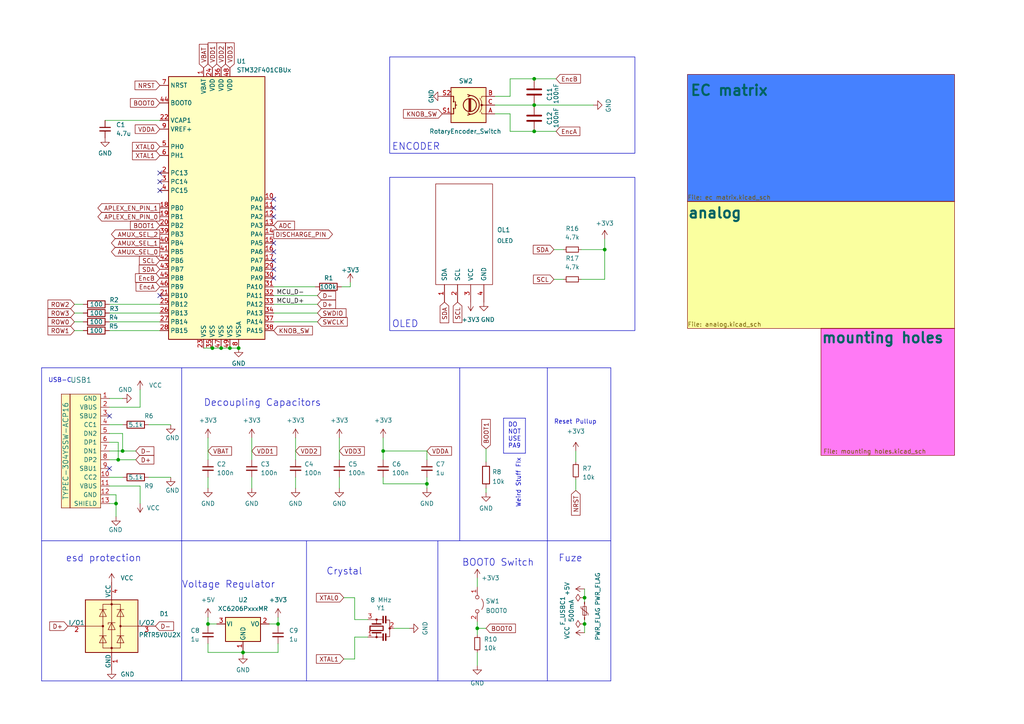
<source format=kicad_sch>
(kicad_sch (version 20230121) (generator eeschema)
  (paper "A4")
  (lib_symbols
    (symbol "Device:C" (pin_numbers hide) (pin_names (offset 0.254))
      (property "Reference" "C" (at 0.635 2.54 0))
      (property "Value" "C" (at 0.635 -2.54 0))
      (symbol "C_0_1"
        (polyline (pts (xy -2.032 -0.762) (xy 2.032 -0.762)) (stroke (width 0.508)))
        (polyline (pts (xy -2.032 0.762) (xy 2.032 0.762)) (stroke (width 0.508)))
      )
      (symbol "C_1_1"
        (pin passive line (at 0 3.81 270) (length 2.794) (name "~") (number "1"))
        (pin passive line (at 0 -3.81 90) (length 2.794) (name "~") (number "2"))
      )
    )
    (symbol "Device:C_Small" (pin_numbers hide) (pin_names (offset 0.254) hide)
      (property "Reference" "C" (at 0.254 1.778 0))
      (property "Value" "C_Small" (at 0.254 -2.032 0))
      (symbol "C_Small_0_1"
        (polyline (pts (xy -1.524 -0.508) (xy 1.524 -0.508)) (stroke (width 0.3302)))
        (polyline (pts (xy -1.524 0.508) (xy 1.524 0.508)) (stroke (width 0.3048)))
      )
      (symbol "C_Small_1_1"
        (pin passive line (at 0 2.54 270) (length 2.032) (name "~") (number "1"))
        (pin passive line (at 0 -2.54 90) (length 2.032) (name "~") (number "2"))
      )
    )
    (symbol "Device:Polyfuse_Small" (pin_numbers hide) (pin_names (offset 0))
      (property "Reference" "F" (at -1.905 0 90))
      (property "Value" "Polyfuse_Small" (at 1.905 0 90))
      (symbol "Polyfuse_Small_0_1"
        (rectangle (start -0.508 1.27) (end 0.508 -1.27))
        (polyline (pts (xy 0 2.54) (xy 0 -2.54)))
        (polyline (pts (xy -1.016 1.27) (xy -1.016 0.762) (xy 1.016 -0.762) (xy 1.016 -1.27)))
      )
      (symbol "Polyfuse_Small_1_1"
        (pin passive line (at 0 2.54 270) (length 0.635) (name "~") (number "1"))
        (pin passive line (at 0 -2.54 90) (length 0.635) (name "~") (number "2"))
      )
    )
    (symbol "Device:R" (pin_numbers hide) (pin_names (offset 0))
      (property "Reference" "R" (at 2.032 0 90))
      (property "Value" "R" (at 0 0 90))
      (symbol "R_0_1"
        (rectangle (start -1.016 -2.54) (end 1.016 2.54) (stroke (width 0.254)))
      )
      (symbol "R_1_1"
        (pin passive line (at 0 3.81 270) (length 1.27) (name "~") (number "1"))
        (pin passive line (at 0 -3.81 90) (length 1.27) (name "~") (number "2"))
      )
    )
    (symbol "Device:R_Small" (pin_numbers hide) (pin_names (offset 0.254) hide)
      (property "Reference" "R" (at 0.762 0.508 0))
      (property "Value" "R_Small" (at 0.762 -1.016 0))
      (symbol "R_Small_0_1"
        (rectangle (start -0.762 1.778) (end 0.762 -1.778) (stroke (width 0.2032)))
      )
      (symbol "R_Small_1_1"
        (pin passive line (at 0 2.54 270) (length 0.762) (name "~") (number "1"))
        (pin passive line (at 0 -2.54 90) (length 0.762) (name "~") (number "2"))
      )
    )
    (symbol "Device:Resonator_Small" (pin_names (offset 1.016) hide)
      (property "Reference" "Y" (at 3.175 1.905 0))
      (property "Value" "Resonator_Small" (at 3.175 0 0))
      (symbol "Resonator_Small_0_1"
        (rectangle (start -3.556 -2.54) (end -1.524 -2.794) (fill (type outline)))
        (rectangle (start -3.556 -1.778) (end -1.524 -2.032) (fill (type outline)))
        (circle (center -2.54 0) (radius 0.254) (fill (type outline)))
        (rectangle (start -0.635 1.905) (end 0.635 -1.905) (stroke (width 0.3048)))
        (circle (center 0 -3.81) (radius 0.254) (fill (type outline)))
        (polyline (pts (xy -2.54 -1.778) (xy -2.54 0)))
        (polyline (pts (xy -2.54 0) (xy -1.397 0)))
        (polyline (pts (xy -2.54 1.27) (xy -2.54 0)))
        (polyline (pts (xy -1.27 -1.27) (xy -1.27 1.27)) (stroke (width 0.381)))
        (polyline (pts (xy 1.27 -1.27) (xy 1.27 1.27)) (stroke (width 0.381)))
        (polyline (pts (xy 1.27 0) (xy 2.54 0)))
        (polyline (pts (xy 2.54 0) (xy 2.54 -1.778)))
        (polyline (pts (xy 2.54 1.27) (xy 2.54 0)))
        (polyline (pts (xy 2.413 -2.794) (xy 2.413 -3.81) (xy -2.413 -3.81) (xy -2.413 -2.667)))
        (rectangle (start 1.524 -2.54) (end 3.556 -2.794) (fill (type outline)))
        (rectangle (start 1.524 -1.778) (end 3.556 -2.032) (fill (type outline)))
        (circle (center 2.54 0) (radius 0.254) (fill (type outline)))
      )
      (symbol "Resonator_Small_1_1"
        (pin passive line (at -2.54 2.54 270) (length 1.27) (name "1") (number "1"))
        (pin passive line (at 0 -5.08 90) (length 1.27) (name "2") (number "2"))
        (pin passive line (at 2.54 2.54 270) (length 1.27) (name "3") (number "3"))
      )
    )
    (symbol "Device:RotaryEncoder_Switch" (pin_names (offset 0.254) hide)
      (property "Reference" "SW" (at 0 6.604 0))
      (property "Value" "RotaryEncoder_Switch" (at 0 -6.604 0))
      (symbol "RotaryEncoder_Switch_0_1"
        (rectangle (start -5.08 5.08) (end 5.08 -5.08) (stroke (width 0.254)) (fill (type background)))
        (circle (center -3.81 0) (radius 0.254) (fill (type outline)))
        (circle (center -0.381 0) (radius 1.905) (stroke (width 0.254)))
        (arc (start -0.381 2.667) (mid -3.0988 -0.0635) (end -0.381 -2.794) (stroke (width 0.254)))
        (polyline (pts (xy -0.635 -1.778) (xy -0.635 1.778)) (stroke (width 0.254)))
        (polyline (pts (xy -0.381 -1.778) (xy -0.381 1.778)) (stroke (width 0.254)))
        (polyline (pts (xy -0.127 1.778) (xy -0.127 -1.778)) (stroke (width 0.254)))
        (polyline (pts (xy 3.81 0) (xy 3.429 0)) (stroke (width 0.254)))
        (polyline (pts (xy 3.81 1.016) (xy 3.81 -1.016)) (stroke (width 0.254)))
        (polyline (pts (xy -5.08 -2.54) (xy -3.81 -2.54) (xy -3.81 -2.032)))
        (polyline (pts (xy -5.08 2.54) (xy -3.81 2.54) (xy -3.81 2.032)))
        (polyline (pts (xy 0.254 -3.048) (xy -0.508 -2.794) (xy 0.127 -2.413)) (stroke (width 0.254)))
        (polyline (pts (xy 0.254 2.921) (xy -0.508 2.667) (xy 0.127 2.286)) (stroke (width 0.254)))
        (polyline (pts (xy 5.08 -2.54) (xy 4.318 -2.54) (xy 4.318 -1.016)) (stroke (width 0.254)))
        (polyline (pts (xy 5.08 2.54) (xy 4.318 2.54) (xy 4.318 1.016)) (stroke (width 0.254)))
        (polyline (pts (xy -5.08 0) (xy -3.81 0) (xy -3.81 -1.016) (xy -3.302 -2.032)))
        (polyline (pts (xy -4.318 0) (xy -3.81 0) (xy -3.81 1.016) (xy -3.302 2.032)))
        (circle (center 4.318 -1.016) (radius 0.127) (stroke (width 0.254)))
        (circle (center 4.318 1.016) (radius 0.127) (stroke (width 0.254)))
      )
      (symbol "RotaryEncoder_Switch_1_1"
        (pin passive line (at -7.62 2.54 0) (length 2.54) (name "A") (number "A"))
        (pin passive line (at -7.62 -2.54 0) (length 2.54) (name "B") (number "B"))
        (pin passive line (at -7.62 0 0) (length 2.54) (name "C") (number "C"))
        (pin passive line (at 7.62 2.54 180) (length 2.54) (name "S1") (number "S1"))
        (pin passive line (at 7.62 -2.54 180) (length 2.54) (name "S2") (number "S2"))
      )
    )
    (symbol "Jumper:Jumper_2_Open" (pin_names (offset 0) hide)
      (property "Reference" "JP" (at 0 2.794 0))
      (property "Value" "Jumper_2_Open" (at 0 -2.286 0))
      (symbol "Jumper_2_Open_0_0"
        (circle (center -2.032 0) (radius 0.508))
        (circle (center 2.032 0) (radius 0.508))
      )
      (symbol "Jumper_2_Open_0_1"
        (arc (start 1.524 1.27) (mid 0 1.778) (end -1.524 1.27))
      )
      (symbol "Jumper_2_Open_1_1"
        (pin passive line (at -5.08 0 0) (length 2.54) (name "A") (number "1"))
        (pin passive line (at 5.08 0 180) (length 2.54) (name "B") (number "2"))
      )
    )
    (symbol "MCU_ST_STM32F4:STM32F401CBUx"
      (property "Reference" "U" (at -15.24 39.37 0))
      (property "Value" "STM32F401CBUx" (at 5.08 39.37 0))
      (symbol "STM32F401CBUx_0_1"
        (rectangle (start -15.24 -38.1) (end 12.7 38.1) (stroke (width 0.254)) (fill (type background)))
      )
      (symbol "STM32F401CBUx_1_1"
        (pin power_in line (at -5.08 40.64 270) (length 2.54) (name "VBAT") (number "1"))
        (pin bidirectional line (at 15.24 2.54 180) (length 2.54) (name "PA0") (number "10"))
        (pin bidirectional line (at 15.24 0 180) (length 2.54) (name "PA1") (number "11"))
        (pin bidirectional line (at 15.24 -2.54 180) (length 2.54) (name "PA2") (number "12"))
        (pin bidirectional line (at 15.24 -5.08 180) (length 2.54) (name "PA3") (number "13"))
        (pin bidirectional line (at 15.24 -7.62 180) (length 2.54) (name "PA4") (number "14"))
        (pin bidirectional line (at 15.24 -10.16 180) (length 2.54) (name "PA5") (number "15"))
        (pin bidirectional line (at 15.24 -12.7 180) (length 2.54) (name "PA6") (number "16"))
        (pin bidirectional line (at 15.24 -15.24 180) (length 2.54) (name "PA7") (number "17"))
        (pin bidirectional line (at -17.78 0 0) (length 2.54) (name "PB0") (number "18"))
        (pin bidirectional line (at -17.78 -2.54 0) (length 2.54) (name "PB1") (number "19"))
        (pin bidirectional line (at -17.78 10.16 0) (length 2.54) (name "PC13") (number "2"))
        (pin bidirectional line (at -17.78 -5.08 0) (length 2.54) (name "PB2") (number "20"))
        (pin bidirectional line (at -17.78 -25.4 0) (length 2.54) (name "PB10") (number "21"))
        (pin power_in line (at -17.78 25.4 0) (length 2.54) (name "VCAP1") (number "22"))
        (pin power_in line (at -5.08 -40.64 90) (length 2.54) (name "VSS") (number "23"))
        (pin power_in line (at -2.54 40.64 270) (length 2.54) (name "VDD") (number "24"))
        (pin bidirectional line (at -17.78 -27.94 0) (length 2.54) (name "PB12") (number "25"))
        (pin bidirectional line (at -17.78 -30.48 0) (length 2.54) (name "PB13") (number "26"))
        (pin bidirectional line (at -17.78 -33.02 0) (length 2.54) (name "PB14") (number "27"))
        (pin bidirectional line (at -17.78 -35.56 0) (length 2.54) (name "PB15") (number "28"))
        (pin bidirectional line (at 15.24 -17.78 180) (length 2.54) (name "PA8") (number "29"))
        (pin bidirectional line (at -17.78 7.62 0) (length 2.54) (name "PC14") (number "3"))
        (pin bidirectional line (at 15.24 -20.32 180) (length 2.54) (name "PA9") (number "30"))
        (pin bidirectional line (at 15.24 -22.86 180) (length 2.54) (name "PA10") (number "31"))
        (pin bidirectional line (at 15.24 -25.4 180) (length 2.54) (name "PA11") (number "32"))
        (pin bidirectional line (at 15.24 -27.94 180) (length 2.54) (name "PA12") (number "33"))
        (pin bidirectional line (at 15.24 -30.48 180) (length 2.54) (name "PA13") (number "34"))
        (pin power_in line (at -2.54 -40.64 90) (length 2.54) (name "VSS") (number "35"))
        (pin power_in line (at 0 40.64 270) (length 2.54) (name "VDD") (number "36"))
        (pin bidirectional line (at 15.24 -33.02 180) (length 2.54) (name "PA14") (number "37"))
        (pin bidirectional line (at 15.24 -35.56 180) (length 2.54) (name "PA15") (number "38"))
        (pin bidirectional line (at -17.78 -7.62 0) (length 2.54) (name "PB3") (number "39"))
        (pin bidirectional line (at -17.78 5.08 0) (length 2.54) (name "PC15") (number "4"))
        (pin bidirectional line (at -17.78 -10.16 0) (length 2.54) (name "PB4") (number "40"))
        (pin bidirectional line (at -17.78 -12.7 0) (length 2.54) (name "PB5") (number "41"))
        (pin bidirectional line (at -17.78 -15.24 0) (length 2.54) (name "PB6") (number "42"))
        (pin bidirectional line (at -17.78 -17.78 0) (length 2.54) (name "PB7") (number "43"))
        (pin input line (at -17.78 30.48 0) (length 2.54) (name "BOOT0") (number "44"))
        (pin bidirectional line (at -17.78 -20.32 0) (length 2.54) (name "PB8") (number "45"))
        (pin bidirectional line (at -17.78 -22.86 0) (length 2.54) (name "PB9") (number "46"))
        (pin power_in line (at 0 -40.64 90) (length 2.54) (name "VSS") (number "47"))
        (pin power_in line (at 2.54 40.64 270) (length 2.54) (name "VDD") (number "48"))
        (pin power_in line (at 2.54 -40.64 90) (length 2.54) (name "VSS") (number "49"))
        (pin input line (at -17.78 17.78 0) (length 2.54) (name "PH0") (number "5"))
        (pin input line (at -17.78 15.24 0) (length 2.54) (name "PH1") (number "6"))
        (pin input line (at -17.78 35.56 0) (length 2.54) (name "NRST") (number "7"))
        (pin power_in line (at 5.08 -40.64 90) (length 2.54) (name "VSSA") (number "8"))
        (pin power_in line (at -17.78 22.86 0) (length 2.54) (name "VREF+") (number "9"))
      )
    )
    (symbol "Power_Protection:PRTR5V0U2X" (pin_names (offset 0))
      (property "Reference" "D" (at 2.794 8.636 0))
      (property "Value" "PRTR5V0U2X" (at 8.128 -9.398 0))
      (symbol "PRTR5V0U2X_0_1"
        (rectangle (start -7.62 -7.62) (end 7.62 7.62) (stroke (width 0.254)) (fill (type background)))
        (circle (center -2.54 0) (radius 0.254) (fill (type outline)))
        (rectangle (start -2.54 6.35) (end 2.54 -6.35))
        (circle (center 0 -6.35) (radius 0.254) (fill (type outline)))
        (polyline (pts (xy -2.54 0) (xy -7.62 0)))
        (polyline (pts (xy -1.524 -2.794) (xy -3.556 -2.794)))
        (polyline (pts (xy -1.524 4.826) (xy -3.556 4.826)))
        (polyline (pts (xy 0 -7.62) (xy 0 7.62)))
        (polyline (pts (xy 1.524 -2.794) (xy 3.556 -2.794)))
        (polyline (pts (xy 1.524 4.826) (xy 3.556 4.826)))
        (polyline (pts (xy 2.54 0) (xy 7.62 0)))
        (polyline (pts (xy 1.016 1.016) (xy -1.016 1.016) (xy -1.016 0.508)))
        (polyline (pts (xy -3.556 -4.826) (xy -1.524 -4.826) (xy -2.54 -2.794) (xy -3.556 -4.826)))
        (polyline (pts (xy -3.556 2.794) (xy -1.524 2.794) (xy -2.54 4.826) (xy -3.556 2.794)))
        (polyline (pts (xy -1.016 -1.016) (xy 1.016 -1.016) (xy 0 1.016) (xy -1.016 -1.016)))
        (polyline (pts (xy 3.556 -4.826) (xy 1.524 -4.826) (xy 2.54 -2.794) (xy 3.556 -4.826)))
        (polyline (pts (xy 3.556 2.794) (xy 1.524 2.794) (xy 2.54 4.826) (xy 3.556 2.794)))
        (circle (center 0 6.35) (radius 0.254) (fill (type outline)))
        (circle (center 2.54 0) (radius 0.254) (fill (type outline)))
      )
      (symbol "PRTR5V0U2X_1_1"
        (pin passive line (at 0 -12.7 90) (length 5.08) (name "GND") (number "1"))
        (pin passive line (at -12.7 0 0) (length 5.08) (name "I/O1") (number "2"))
        (pin passive line (at 12.7 0 180) (length 5.08) (name "I/O2") (number "3"))
        (pin passive line (at 0 12.7 270) (length 5.08) (name "VCC") (number "4"))
      )
    )
    (symbol "Regulator_Linear:XC6206PxxxMR" (pin_names (offset 0.254))
      (property "Reference" "U" (at -3.81 3.175 0))
      (property "Value" "XC6206PxxxMR" (at 0 3.175 0))
      (symbol "XC6206PxxxMR_0_1"
        (rectangle (start -5.08 1.905) (end 5.08 -5.08) (stroke (width 0.254)) (fill (type background)))
      )
      (symbol "XC6206PxxxMR_1_1"
        (pin power_in line (at 0 -7.62 90) (length 2.54) (name "GND") (number "1"))
        (pin power_out line (at 7.62 0 180) (length 2.54) (name "VO") (number "2"))
        (pin power_in line (at -7.62 0 0) (length 2.54) (name "VI") (number "3"))
      )
    )
    (symbol "cipulot_parts:TYPEC-304YSSW-ACP16" (pin_names (offset 1.016))
      (property "Reference" "USB" (at -5.08 16.51 0))
      (property "Value" "TYPEC-304YSSW-ACP16" (at -10.16 -1.27 90))
      (symbol "TYPEC-304YSSW-ACP16_0_1"
        (rectangle (start -11.43 15.24) (end -8.89 -17.78) (fill (type background)))
        (rectangle (start 0 -17.78) (end -8.89 15.24) (fill (type background)))
      )
      (symbol "TYPEC-304YSSW-ACP16_1_1"
        (pin input line (at 2.54 13.97 180) (length 2.54) (name "GND") (number "1"))
        (pin input line (at 2.54 -8.89 180) (length 2.54) (name "CC2") (number "10"))
        (pin input line (at 2.54 -11.43 180) (length 2.54) (name "VBUS") (number "11"))
        (pin input line (at 2.54 -13.97 180) (length 2.54) (name "GND") (number "12"))
        (pin input line (at 2.54 -16.51 180) (length 2.54) (name "SHIELD") (number "13"))
        (pin input line (at 2.54 11.43 180) (length 2.54) (name "VBUS") (number "2"))
        (pin input line (at 2.54 8.89 180) (length 2.54) (name "SBU2") (number "3"))
        (pin input line (at 2.54 6.35 180) (length 2.54) (name "CC1") (number "4"))
        (pin input line (at 2.54 3.81 180) (length 2.54) (name "DN2") (number "5"))
        (pin input line (at 2.54 1.27 180) (length 2.54) (name "DP1") (number "6"))
        (pin input line (at 2.54 -1.27 180) (length 2.54) (name "DN1") (number "7"))
        (pin input line (at 2.54 -3.81 180) (length 2.54) (name "DP2") (number "8"))
        (pin input line (at 2.54 -6.35 180) (length 2.54) (name "SBU1") (number "9"))
      )
    )
    (symbol "kbd:OLED" (pin_names (offset 1.016))
      (property "Reference" "OL" (at 0 2.54 0))
      (property "Value" "OLED" (at 0 -1.27 0))
      (symbol "OLED_0_1"
        (rectangle (start -13.97 8.89) (end 15.24 -7.62))
      )
      (symbol "OLED_1_1"
        (pin bidirectional line (at -19.05 6.35 0) (length 5.08) (name "SDA") (number "1"))
        (pin bidirectional line (at -19.05 2.54 0) (length 5.08) (name "SCL") (number "2"))
        (pin power_in line (at -19.05 -1.27 0) (length 5.08) (name "VCC") (number "3"))
        (pin power_in line (at -19.05 -5.08 0) (length 5.08) (name "GND") (number "4"))
      )
    )
    (symbol "power:+3.3V" (power) (pin_names (offset 0))
      (property "Value" "+3.3V" (at 0 3.556 0))
      (symbol "+3.3V_0_1"
        (polyline (pts (xy -0.762 1.27) (xy 0 2.54)))
        (polyline (pts (xy 0 0) (xy 0 2.54)))
        (polyline (pts (xy 0 2.54) (xy 0.762 1.27)))
      )
      (symbol "+3.3V_1_1"
        (pin power_in line (at 0 0 90) (length 0) hide (name "+3V3") (number "1"))
      )
    )
    (symbol "power:+3V3" (power) (pin_names (offset 0))
      (property "Value" "+3V3" (at 0 3.556 0))
      (symbol "+3V3_0_1"
        (polyline (pts (xy -0.762 1.27) (xy 0 2.54)))
        (polyline (pts (xy 0 0) (xy 0 2.54)))
        (polyline (pts (xy 0 2.54) (xy 0.762 1.27)))
      )
      (symbol "+3V3_1_1"
        (pin power_in line (at 0 0 90) (length 0) hide (name "+3V3") (number "1"))
      )
    )
    (symbol "power:+5V" (power) (pin_names (offset 0))
      (property "Value" "+5V" (at 0 3.556 0))
      (symbol "+5V_0_1"
        (polyline (pts (xy -0.762 1.27) (xy 0 2.54)))
        (polyline (pts (xy 0 0) (xy 0 2.54)))
        (polyline (pts (xy 0 2.54) (xy 0.762 1.27)))
      )
      (symbol "+5V_1_1"
        (pin power_in line (at 0 0 90) (length 0) hide (name "+5V") (number "1"))
      )
    )
    (symbol "power:GND" (power) (pin_names (offset 0))
      (property "Value" "GND" (at 0 -3.81 0))
      (symbol "GND_0_1"
        (polyline (pts (xy 0 0) (xy 0 -1.27) (xy 1.27 -1.27) (xy 0 -2.54) (xy -1.27 -1.27) (xy 0 -1.27)))
      )
      (symbol "GND_1_1"
        (pin power_in line (at 0 0 270) (length 0) hide (name "GND") (number "1"))
      )
    )
    (symbol "power:PWR_FLAG" (power) (pin_numbers hide) (pin_names (offset 0) hide)
      (property "Value" "PWR_FLAG" (at 0 3.81 0))
      (symbol "PWR_FLAG_0_0"
        (pin power_out line (at 0 0 90) (length 0) (name "pwr") (number "1"))
      )
      (symbol "PWR_FLAG_0_1"
        (polyline (pts (xy 0 0) (xy 0 1.27) (xy -1.016 1.905) (xy 0 2.54) (xy 1.016 1.905) (xy 0 1.27)))
      )
    )
    (symbol "power:VCC" (power) (pin_names (offset 0))
      (property "Value" "VCC" (at 0 3.81 0))
      (symbol "VCC_0_1"
        (polyline (pts (xy -0.762 1.27) (xy 0 2.54)))
        (polyline (pts (xy 0 0) (xy 0 2.54)))
        (polyline (pts (xy 0 2.54) (xy 0.762 1.27)))
      )
      (symbol "VCC_1_1"
        (pin power_in line (at 0 0 90) (length 0) hide (name "VCC") (number "1"))
      )
    )
  )
  (junction (at 123.825 140.335))
  (junction (at 61.595 100.965))
  (junction (at 64.135 100.965))
  (junction (at 35.56 130.81))
  (junction (at 169.545 173.355))
  (junction (at 175.387 72.39))
  (junction (at 69.215 100.965))
  (junction (at 60.325 180.975))
  (junction (at 154.94 38.1))
  (junction (at 66.675 100.965))
  (junction (at 138.43 182.245))
  (junction (at 111.125 130.81))
  (junction (at 154.94 22.86))
  (junction (at 80.645 180.975))
  (junction (at 34.29 133.35))
  (junction (at 169.545 180.975))
  (junction (at 154.94 30.48))
  (junction (at 33.655 146.05))
  (junction (at 70.485 189.23))
  (no_connect (at 46.355 52.705))
  (no_connect (at 79.375 80.645))
  (no_connect (at 79.375 70.485))
  (no_connect (at 31.75 135.89))
  (no_connect (at 79.375 57.785))
  (no_connect (at 79.375 62.865))
  (no_connect (at 31.75 120.65))
  (no_connect (at 79.375 73.025))
  (no_connect (at 79.375 78.105))
  (no_connect (at 79.375 60.325))
  (no_connect (at 79.375 75.565))
  (no_connect (at 46.355 85.725))
  (no_connect (at 46.355 50.165))
  (no_connect (at 46.355 55.245))
  (wire (pts (xy 102.87 191.135) (xy 102.87 184.785)))
  (polyline (pts (xy 133.35 106.68) (xy 133.35 156.845)))
  (wire (pts (xy 140.97 141.605) (xy 140.97 142.875)))
  (wire (pts (xy 21.59 95.885) (xy 24.13 95.885)))
  (wire (pts (xy 60.325 127) (xy 60.325 133.35)))
  (wire (pts (xy 43.18 138.43) (xy 49.53 138.43)))
  (wire (pts (xy 140.97 130.175) (xy 140.97 133.985)))
  (wire (pts (xy 85.725 138.43) (xy 85.725 141.605)))
  (wire (pts (xy 160.655 81.026) (xy 163.449 81.026)))
  (wire (pts (xy 60.325 180.975) (xy 62.865 180.975)))
  (wire (pts (xy 85.725 127) (xy 85.725 133.35)))
  (polyline (pts (xy 146.05 131.445) (xy 152.4 131.445)))
  (wire (pts (xy 168.529 72.39) (xy 175.387 72.39)))
  (wire (pts (xy 99.06 83.185) (xy 101.6 83.185)))
  (wire (pts (xy 33.655 146.05) (xy 31.75 146.05)))
  (wire (pts (xy 111.125 130.81) (xy 123.825 130.81)))
  (wire (pts (xy 21.59 88.265) (xy 24.13 88.265)))
  (wire (pts (xy 60.325 180.975) (xy 60.325 179.07)))
  (wire (pts (xy 111.125 138.43) (xy 111.125 140.335)))
  (wire (pts (xy 98.425 127) (xy 98.425 133.35)))
  (polyline (pts (xy 177.165 197.485) (xy 12.065 197.485)))
  (wire (pts (xy 31.75 140.97) (xy 40.64 140.97)))
  (wire (pts (xy 60.325 138.43) (xy 60.325 141.605)))
  (wire (pts (xy 138.43 167.64) (xy 138.43 170.18)))
  (wire (pts (xy 167.005 130.81) (xy 167.005 133.985)))
  (wire (pts (xy 31.75 125.73) (xy 35.56 125.73)))
  (wire (pts (xy 80.645 189.23) (xy 80.645 186.69)))
  (wire (pts (xy 111.125 130.81) (xy 111.125 133.35)))
  (wire (pts (xy 154.94 38.1) (xy 147.955 38.1)))
  (polyline (pts (xy 158.75 106.68) (xy 158.75 156.845)))
  (wire (pts (xy 33.655 143.51) (xy 33.655 146.05)))
  (wire (pts (xy 175.387 69.342) (xy 175.387 72.39)))
  (wire (pts (xy 43.18 123.19) (xy 49.53 123.19)))
  (wire (pts (xy 138.43 180.34) (xy 138.43 182.245)))
  (wire (pts (xy 46.355 93.345) (xy 31.75 93.345)))
  (wire (pts (xy 70.485 189.23) (xy 70.485 189.865)))
  (polyline (pts (xy 52.705 106.68) (xy 52.705 197.485)))
  (wire (pts (xy 169.545 183.515) (xy 169.545 180.975)))
  (wire (pts (xy 102.87 179.705) (xy 102.87 173.355)))
  (wire (pts (xy 21.59 90.805) (xy 24.13 90.805)))
  (wire (pts (xy 99.695 191.135) (xy 102.87 191.135)))
  (wire (pts (xy 160.655 72.39) (xy 163.449 72.39)))
  (wire (pts (xy 79.375 88.265) (xy 92.075 88.265)))
  (wire (pts (xy 79.375 90.805) (xy 92.075 90.805)))
  (polyline (pts (xy 12.065 156.845) (xy 177.165 156.845)))
  (wire (pts (xy 70.485 188.595) (xy 70.485 189.23)))
  (wire (pts (xy 31.75 118.11) (xy 40.64 118.11)))
  (wire (pts (xy 106.68 179.705) (xy 102.87 179.705)))
  (wire (pts (xy 147.955 27.94) (xy 143.51 27.94)))
  (polyline (pts (xy 177.165 106.68) (xy 177.165 197.485)))
  (wire (pts (xy 59.055 100.965) (xy 61.595 100.965)))
  (wire (pts (xy 101.6 83.185) (xy 101.6 81.915)))
  (wire (pts (xy 99.695 173.355) (xy 102.87 173.355)))
  (polyline (pts (xy 127 156.845) (xy 127 197.485)))
  (wire (pts (xy 60.325 189.23) (xy 60.325 186.69)))
  (wire (pts (xy 73.025 138.43) (xy 73.025 141.605)))
  (polyline (pts (xy 146.05 121.285) (xy 146.05 131.445)))
  (wire (pts (xy 31.75 128.27) (xy 34.29 128.27)))
  (wire (pts (xy 35.56 125.73) (xy 35.56 130.81)))
  (wire (pts (xy 147.955 22.86) (xy 154.94 22.86)))
  (wire (pts (xy 31.75 143.51) (xy 33.655 143.51)))
  (wire (pts (xy 70.485 189.23) (xy 80.645 189.23)))
  (wire (pts (xy 154.94 30.48) (xy 172.085 30.48)))
  (wire (pts (xy 31.75 133.35) (xy 34.29 133.35)))
  (polyline (pts (xy 158.75 156.845) (xy 158.75 197.485)))
  (polyline (pts (xy 12.065 106.68) (xy 12.065 197.485)))
  (wire (pts (xy 138.43 182.245) (xy 140.97 182.245)))
  (wire (pts (xy 147.955 22.86) (xy 147.955 27.94)))
  (wire (pts (xy 31.75 130.81) (xy 35.56 130.81)))
  (wire (pts (xy 33.655 146.05) (xy 33.655 149.86)))
  (wire (pts (xy 98.425 138.43) (xy 98.425 141.605)))
  (wire (pts (xy 31.75 115.57) (xy 35.56 115.57)))
  (wire (pts (xy 34.29 128.27) (xy 34.29 133.35)))
  (wire (pts (xy 79.375 93.345) (xy 92.075 93.345)))
  (wire (pts (xy 80.645 180.975) (xy 80.645 181.61)))
  (polyline (pts (xy 88.9 156.845) (xy 88.9 197.485)))
  (wire (pts (xy 31.75 90.805) (xy 46.355 90.805)))
  (polyline (pts (xy 152.4 131.445) (xy 152.4 121.285)))
  (wire (pts (xy 64.135 100.965) (xy 66.675 100.965)))
  (wire (pts (xy 73.025 127) (xy 73.025 133.35)))
  (wire (pts (xy 138.43 189.23) (xy 138.43 193.04)))
  (wire (pts (xy 31.75 95.885) (xy 46.355 95.885)))
  (wire (pts (xy 154.94 30.48) (xy 143.51 30.48)))
  (wire (pts (xy 35.56 130.81) (xy 39.37 130.81)))
  (wire (pts (xy 147.955 38.1) (xy 147.955 33.02)))
  (wire (pts (xy 61.595 100.965) (xy 64.135 100.965)))
  (wire (pts (xy 79.375 85.725) (xy 92.075 85.725)))
  (wire (pts (xy 123.825 140.335) (xy 123.825 141.605)))
  (wire (pts (xy 169.545 174.625) (xy 169.545 173.355)))
  (polyline (pts (xy 12.065 106.68) (xy 177.165 106.68)))
  (polyline (pts (xy 146.05 121.285) (xy 152.4 121.285)))
  (wire (pts (xy 91.44 83.185) (xy 79.375 83.185)))
  (wire (pts (xy 169.545 173.355) (xy 169.545 170.815)))
  (wire (pts (xy 40.64 118.11) (xy 40.64 113.03)))
  (wire (pts (xy 147.955 33.02) (xy 143.51 33.02)))
  (wire (pts (xy 30.48 34.925) (xy 46.355 34.925)))
  (wire (pts (xy 111.125 127) (xy 111.125 130.81)))
  (wire (pts (xy 175.387 72.39) (xy 175.387 81.026)))
  (wire (pts (xy 40.64 140.97) (xy 40.64 146.05)))
  (wire (pts (xy 169.545 180.975) (xy 169.545 179.705)))
  (wire (pts (xy 123.825 138.43) (xy 123.825 140.335)))
  (wire (pts (xy 31.75 123.19) (xy 35.56 123.19)))
  (wire (pts (xy 114.3 182.245) (xy 118.745 182.245)))
  (wire (pts (xy 78.105 180.975) (xy 80.645 180.975)))
  (wire (pts (xy 31.75 88.265) (xy 46.355 88.265)))
  (wire (pts (xy 34.29 133.35) (xy 39.37 133.35)))
  (wire (pts (xy 111.125 140.335) (xy 123.825 140.335)))
  (wire (pts (xy 21.59 93.345) (xy 24.13 93.345)))
  (wire (pts (xy 80.645 180.975) (xy 80.645 179.07)))
  (wire (pts (xy 123.825 130.81) (xy 123.825 133.35)))
  (wire (pts (xy 154.94 38.1) (xy 161.29 38.1)))
  (wire (pts (xy 31.75 138.43) (xy 35.56 138.43)))
  (wire (pts (xy 70.485 189.23) (xy 60.325 189.23)))
  (wire (pts (xy 66.675 100.965) (xy 69.215 100.965)))
  (wire (pts (xy 138.43 182.245) (xy 138.43 184.15)))
  (wire (pts (xy 102.87 184.785) (xy 106.68 184.785)))
  (wire (pts (xy 154.94 22.86) (xy 161.29 22.86)))
  (wire (pts (xy 60.325 181.61) (xy 60.325 180.975)))
  (wire (pts (xy 168.529 81.026) (xy 175.387 81.026)))
  (wire (pts (xy 167.005 139.065) (xy 167.005 142.24)))
  (rectangle (start 113.03 51.435) (end 184.15 95.885))
  (rectangle (start 113.03 16.51) (end 184.15 44.45))
  (text "Voltage Regulator" (at 52.705 170.815 0) (effects (font (size 2 2)) (justify left bottom)))
  (text "Crystal" (at 94.615 167.005 0) (effects (font (size 2 2)) (justify left bottom)))
  (text "ENCODER" (at 113.665 43.815 0) (effects (font (size 2 2)) (justify left bottom)))
  (text "Weird Stuff FIx" (at 151.13 147.32 90) (effects (font (size 1.27 1.27)) (justify left bottom)))
  (text "Fuze\n" (at 161.925 163.195 0) (effects (font (size 2 2)) (justify left bottom)))
  (text "Decoupling Capacitors" (at 59.055 118.11 0) (effects (font (size 2 2)) (justify left bottom)))
  (text "OLED" (at 113.665 95.25 0) (effects (font (size 2 2)) (justify left bottom)))
  (text "DO\nNOT\nUSE\nPA9\n" (at 147.32 130.175 0) (effects (font (size 1.27 1.27)) (justify left bottom)))
  (text "esd protection\n" (at 19.05 163.195 0) (effects (font (size 2 2)) (justify left bottom)))
  (text "Reset Pullup" (at 160.655 123.19 0) (effects (font (size 1.27 1.27)) (justify left bottom)))
  (text "USB-C" (at 13.97 111.125 0) (effects (font (size 1.27 1.27)) (justify left bottom)))
  (text "BOOT0 Switch" (at 133.985 164.465 0) (effects (font (size 2 2)) (justify left bottom)))
  (label "MCU_D+" (at 88.265 88.265 180))
  (label "MCU_D-" (at 88.265 85.725 180))
  (global_label "VDD3" (shape input) (at 66.675 19.685 90) (property "Intersheetrefs" "${INTERSHEET_REFS}" (effects hide)))
  (global_label "VDDA" (shape input) (at 123.825 130.81 0) (property "Intersheetrefs" "${INTERSHEET_REFS}" (effects hide)))
  (global_label "VDD2" (shape input) (at 64.135 19.685 90) (property "Intersheetrefs" "${INTERSHEET_REFS}" (effects hide)))
  (global_label "EncA" (shape input) (at 46.355 83.185 180) (property "Intersheetrefs" "${INTERSHEET_REFS}" (effects hide)))
  (global_label "ADC" (shape input) (at 79.375 65.405 0) (property "Intersheetrefs" "${INTERSHEET_REFS}" (effects hide)))
  (global_label "SCL" (shape input) (at 132.715 87.63 270) (property "Intersheetrefs" "${INTERSHEET_REFS}" (effects hide)))
  (global_label "VDD3" (shape input) (at 98.425 130.81 0) (property "Intersheetrefs" "${INTERSHEET_REFS}" (effects hide)))
  (global_label "EncA" (shape input) (at 161.29 38.1 0) (property "Intersheetrefs" "${INTERSHEET_REFS}" (effects hide)))
  (global_label "XTAL0" (shape input) (at 46.355 42.545 180) (property "Intersheetrefs" "${INTERSHEET_REFS}" (effects hide)))
  (global_label "SCL" (shape input) (at 160.655 81.026 180) (property "Intersheetrefs" "${INTERSHEET_REFS}" (effects hide)))
  (global_label "SWCLK" (shape input) (at 92.075 93.345 0) (property "Intersheetrefs" "${INTERSHEET_REFS}" (effects hide)))
  (global_label "D-" (shape input) (at 92.075 85.725 0) (property "Intersheetrefs" "${INTERSHEET_REFS}" (effects hide)))
  (global_label "XTAL1" (shape input) (at 99.695 191.135 180) (property "Intersheetrefs" "${INTERSHEET_REFS}" (effects hide)))
  (global_label "SWDIO" (shape input) (at 92.075 90.805 0) (property "Intersheetrefs" "${INTERSHEET_REFS}" (effects hide)))
  (global_label "KNOB_SW" (shape input) (at 128.27 33.02 180) (property "Intersheetrefs" "${INTERSHEET_REFS}" (effects hide)))
  (global_label "ROW3" (shape input) (at 21.59 90.805 180) (property "Intersheetrefs" "${INTERSHEET_REFS}" (effects hide)))
  (global_label "ROW1" (shape input) (at 21.59 95.885 180) (property "Intersheetrefs" "${INTERSHEET_REFS}" (effects hide)))
  (global_label "SDA" (shape input) (at 46.355 78.105 180) (property "Intersheetrefs" "${INTERSHEET_REFS}" (effects hide)))
  (global_label "AMUX_SEL_1" (shape output) (at 46.355 70.485 180) (property "Intersheetrefs" "${INTERSHEET_REFS}" (effects hide)))
  (global_label "SDA" (shape input) (at 128.905 87.63 270) (property "Intersheetrefs" "${INTERSHEET_REFS}" (effects hide)))
  (global_label "AMUX_SEL_2" (shape output) (at 46.355 67.945 180) (property "Intersheetrefs" "${INTERSHEET_REFS}" (effects hide)))
  (global_label "SDA" (shape input) (at 160.655 72.39 180) (property "Intersheetrefs" "${INTERSHEET_REFS}" (effects hide)))
  (global_label "VDD2" (shape input) (at 85.725 130.81 0) (property "Intersheetrefs" "${INTERSHEET_REFS}" (effects hide)))
  (global_label "XTAL0" (shape input) (at 99.695 173.355 180) (property "Intersheetrefs" "${INTERSHEET_REFS}" (effects hide)))
  (global_label "D+" (shape input) (at 39.37 133.35 0) (property "Intersheetrefs" "${INTERSHEET_REFS}" (effects hide)))
  (global_label "DISCHARGE_PIN" (shape output) (at 79.375 67.945 0) (property "Intersheetrefs" "${INTERSHEET_REFS}" (effects hide)))
  (global_label "D-" (shape input) (at 39.37 130.81 0) (property "Intersheetrefs" "${INTERSHEET_REFS}" (effects hide)))
  (global_label "ROW0" (shape input) (at 21.59 93.345 180) (property "Intersheetrefs" "${INTERSHEET_REFS}" (effects hide)))
  (global_label "BOOT0" (shape input) (at 140.97 182.245 0) (property "Intersheetrefs" "${INTERSHEET_REFS}" (effects hide)))
  (global_label "D-" (shape input) (at 45.085 181.61 0) (property "Intersheetrefs" "${INTERSHEET_REFS}" (effects hide)))
  (global_label "KNOB_SW" (shape input) (at 79.375 95.885 0) (property "Intersheetrefs" "${INTERSHEET_REFS}" (effects hide)))
  (global_label "NRST" (shape input) (at 167.005 142.24 270) (property "Intersheetrefs" "${INTERSHEET_REFS}" (effects hide)))
  (global_label "VDDA" (shape input) (at 46.355 37.465 180) (property "Intersheetrefs" "${INTERSHEET_REFS}" (effects hide)))
  (global_label "NRST" (shape input) (at 46.355 24.765 180) (property "Intersheetrefs" "${INTERSHEET_REFS}" (effects hide)))
  (global_label "XTAL1" (shape input) (at 46.355 45.085 180) (property "Intersheetrefs" "${INTERSHEET_REFS}" (effects hide)))
  (global_label "AMUX_SEL_0" (shape output) (at 46.355 73.025 180) (property "Intersheetrefs" "${INTERSHEET_REFS}" (effects hide)))
  (global_label "BOOT1" (shape input) (at 46.355 65.405 180) (property "Intersheetrefs" "${INTERSHEET_REFS}" (effects hide)))
  (global_label "VBAT" (shape input) (at 59.055 19.685 90) (property "Intersheetrefs" "${INTERSHEET_REFS}" (effects hide)))
  (global_label "ROW2" (shape input) (at 21.59 88.265 180) (property "Intersheetrefs" "${INTERSHEET_REFS}" (effects hide)))
  (global_label "SCL" (shape input) (at 46.355 75.565 180) (property "Intersheetrefs" "${INTERSHEET_REFS}" (effects hide)))
  (global_label "D+" (shape input) (at 92.075 88.265 0) (property "Intersheetrefs" "${INTERSHEET_REFS}" (effects hide)))
  (global_label "EncB" (shape input) (at 161.29 22.86 0) (property "Intersheetrefs" "${INTERSHEET_REFS}" (effects hide)))
  (global_label "VBAT" (shape input) (at 60.325 130.81 0) (property "Intersheetrefs" "${INTERSHEET_REFS}" (effects hide)))
  (global_label "BOOT1" (shape input) (at 140.97 130.175 90) (property "Intersheetrefs" "${INTERSHEET_REFS}" (effects hide)))
  (global_label "APLEX_EN_PIN_0" (shape output) (at 46.355 62.865 180) (property "Intersheetrefs" "${INTERSHEET_REFS}" (effects hide)))
  (global_label "EncB" (shape input) (at 46.355 80.645 180) (property "Intersheetrefs" "${INTERSHEET_REFS}" (effects hide)))
  (global_label "APLEX_EN_PIN_1" (shape output) (at 46.355 60.325 180) (property "Intersheetrefs" "${INTERSHEET_REFS}" (effects hide)))
  (global_label "D+" (shape input) (at 19.685 181.61 180) (property "Intersheetrefs" "${INTERSHEET_REFS}" (effects hide)))
  (global_label "VDD1" (shape input) (at 73.025 130.81 0) (property "Intersheetrefs" "${INTERSHEET_REFS}" (effects hide)))
  (global_label "BOOT0" (shape input) (at 46.355 29.845 180) (property "Intersheetrefs" "${INTERSHEET_REFS}" (effects hide)))
  (global_label "VDD1" (shape input) (at 61.595 19.685 90) (property "Intersheetrefs" "${INTERSHEET_REFS}" (effects hide)))
  (symbol (lib_id "power:+3V3") (at 60.325 127 0) (unit 1)
    (property "Reference" "#PWR07" (effects hide))
    (property "Value" "+3V3" (at 60.325 121.92 0))
  )
  (symbol (lib_id "power:GND") (at 35.56 115.57 90) (unit 1)
    (property "Reference" "#PWR05" (effects hide))
    (property "Value" "GND" (at 34.29 113.03 90) (effects (justify right)))
  )
  (symbol (lib_id "power:PWR_FLAG") (at 169.545 173.355 90) (unit 1)
    (property "Reference" "#FLG01" (effects hide))
    (property "Value" "PWR_FLAG" (at 173.355 170.815 0))
  )
  (symbol (lib_id "Device:R_Small") (at 165.989 72.39 90) (unit 1)
    (property "Reference" "R16" (at 165.989 66.294 90))
    (property "Value" "4.7k" (at 165.989 68.834 90))
    (property "Footprint" "Resistor_SMD:R_0402_1005Metric" (effects hide))
    (property "LCSC" "C25900" (effects hide))
    (property "Package" "0402" (effects hide))
  )
  (symbol (lib_id "power:+5V") (at 60.325 179.07 0) (unit 1)
    (property "Reference" "#PWR025" (effects hide))
    (property "Value" "+5V" (at 60.325 173.99 0))
  )
  (symbol (lib_id "power:PWR_FLAG") (at 169.545 180.975 90) (unit 1)
    (property "Reference" "#FLG02" (effects hide))
    (property "Value" "PWR_FLAG" (at 173.355 180.975 0))
  )
  (symbol (lib_id "Device:R_Small") (at 167.005 136.525 0) (unit 1)
    (property "Reference" "R7" (at 168.91 135.89 0) (effects (justify left)))
    (property "Value" "10k" (at 168.91 138.43 0) (effects (justify left)))
    (property "Footprint" "Resistor_SMD:R_0402_1005Metric" (effects hide))
  )
  (symbol (lib_id "Device:R") (at 27.94 95.885 90) (unit 1)
    (property "Reference" "R5" (at 34.29 94.615 90) (effects (justify left)))
    (property "Value" "100" (at 29.845 95.885 90) (effects (justify left)))
    (property "Footprint" "Resistor_SMD:R_0402_1005Metric" (effects hide))
    (property "LCSC" "C25076" (effects hide))
  )
  (symbol (lib_id "power:GND") (at 30.48 40.005 0) (unit 1)
    (property "Reference" "#PWR01" (effects hide))
    (property "Value" "GND" (at 30.48 44.45 0))
  )
  (symbol (lib_id "MCU_ST_STM32F4:STM32F401CBUx") (at 64.135 60.325 0) (unit 1)
    (property "Reference" "U1" (at 68.6309 17.78 0) (effects (justify left)))
    (property "Value" "STM32F401CBUx" (at 68.6309 20.32 0) (effects (justify left)))
    (property "Footprint" "Package_DFN_QFN:QFN-48-1EP_7x7mm_P0.5mm_EP5.6x5.6mm" (effects hide))
    (property "Datasheet" "http://www.st.com/st-web-ui/static/active/en/resource/technical/document/datasheet/DM00086815.pdf" (effects hide))
    (property "LCSC" "C118825" (effects hide))
  )
  (symbol (lib_id "Device:C_Small") (at 73.025 135.89 0) (unit 1)
    (property "Reference" "C3" (at 75.565 134.6262 0) (effects (justify left)))
    (property "Value" "100n" (at 75.565 137.1662 0) (effects (justify left)))
    (property "Footprint" "Capacitor_SMD:C_0402_1005Metric" (effects hide))
  )
  (symbol (lib_id "Device:C_Small") (at 85.725 135.89 0) (unit 1)
    (property "Reference" "C4" (at 88.265 134.6262 0) (effects (justify left)))
    (property "Value" "100n" (at 88.265 137.1662 0) (effects (justify left)))
    (property "Footprint" "Capacitor_SMD:C_0402_1005Metric" (effects hide))
  )
  (symbol (lib_id "Device:R") (at 140.97 137.795 180) (unit 1)
    (property "Reference" "R8" (at 142.748 136.8865 0) (effects (justify right)))
    (property "Value" "10k" (at 142.748 139.6616 0) (effects (justify right)))
    (property "Footprint" "Resistor_SMD:R_0402_1005Metric" (effects hide))
    (property "LCSC" "C25744" (effects hide))
  )
  (symbol (lib_id "power:+3V3") (at 175.387 69.342 0) (unit 1)
    (property "Reference" "#PWR039" (effects hide))
    (property "Value" "+3.3V" (at 175.387 64.77 0))
  )
  (symbol (lib_id "power:+3V3") (at 73.025 127 0) (unit 1)
    (property "Reference" "#PWR08" (effects hide))
    (property "Value" "+3V3" (at 73.025 121.92 0))
  )
  (symbol (lib_id "power:GND") (at 128.27 27.94 270) (mirror x) (unit 1)
    (property "Reference" "#PWR050" (effects hide))
    (property "Value" "GND" (at 125.095 27.94 0))
  )
  (symbol (lib_id "power:+3.3V") (at 101.6 81.915 0) (unit 1)
    (property "Reference" "#PWR02" (effects hide))
    (property "Value" "+3.3V" (at 101.6 78.3105 0))
  )
  (symbol (lib_id "Device:C") (at 154.94 34.29 0) (mirror x) (unit 1)
    (property "Reference" "C12" (at 159.385 32.385 90) (effects (justify left)))
    (property "Value" "100nF" (at 161.29 31.115 90) (effects (justify left)))
    (property "Footprint" "Capacitor_SMD:C_0402_1005Metric" (effects hide))
    (property "LCSC" "C307331" (effects hide))
  )
  (symbol (lib_id "Device:C_Small") (at 30.48 37.465 0) (unit 1)
    (property "Reference" "C1" (at 33.655 36.2012 0) (effects (justify left)))
    (property "Value" "4.7u" (at 33.655 38.7412 0) (effects (justify left)))
    (property "Footprint" "Capacitor_SMD:C_0402_1005Metric" (effects hide))
  )
  (symbol (lib_id "cipulot_parts:TYPEC-304YSSW-ACP16") (at 29.21 129.54 0) (unit 1)
    (property "Reference" "USB1" (at 23.495 110.2159 0) (effects (font (size 1.524 1.524))))
    (property "Value" "TYPEC-304YSSW-ACP16" (at 19.05 130.81 90) (effects (font (size 1.524 1.524))))
    (property "Footprint" "cipulot_parts:HRO-TYPE-C-31-M-12" (effects hide))
    (property "LCSC" "C2840392" (effects hide))
  )
  (symbol (lib_id "Device:Resonator_Small") (at 109.22 182.245 90) (unit 1)
    (property "Reference" "Y1" (at 110.49 176.3268 90))
    (property "Value" "8 MHz" (at 110.49 174.0154 90))
    (property "Footprint" "Crystal:Resonator_SMD_Murata_CSTxExxV-3Pin_3.0x1.1mm" (effects hide))
    (property "LCSC" "C907975" (effects hide))
  )
  (symbol (lib_id "power:GND") (at 123.825 141.605 0) (unit 1)
    (property "Reference" "#PWR018" (effects hide))
    (property "Value" "GND" (at 123.825 146.05 0))
  )
  (symbol (lib_id "Device:C") (at 154.94 26.67 0) (unit 1)
    (property "Reference" "C11" (at 159.385 25.4 90) (effects (justify right)))
    (property "Value" "100nF" (at 161.29 24.13 90) (effects (justify right)))
    (property "Footprint" "Capacitor_SMD:C_0402_1005Metric" (effects hide))
    (property "LCSC" "C307331" (effects hide))
  )
  (symbol (lib_id "power:GND") (at 49.53 138.43 0) (unit 1)
    (property "Reference" "#PWR013" (effects hide))
    (property "Value" "GND" (at 52.07 142.24 0) (effects (justify right)))
  )
  (symbol (lib_id "power:+5V") (at 169.545 170.815 90) (unit 1)
    (property "Reference" "#PWR024" (effects hide))
    (property "Value" "+5V" (at 164.465 170.815 0))
  )
  (symbol (lib_id "Device:R") (at 95.25 83.185 90) (unit 1)
    (property "Reference" "R1" (at 93.98 80.645 90) (effects (justify right)))
    (property "Value" "100k" (at 92.71 83.185 90) (effects (justify right)))
    (property "Footprint" "Resistor_SMD:R_0402_1005Metric" (effects hide))
    (property "LCSC" "C25741" (effects hide))
  )
  (symbol (lib_id "Device:RotaryEncoder_Switch") (at 135.89 30.48 180) (unit 1)
    (property "Reference" "SW2" (at 137.16 23.495 0) (effects (justify left)))
    (property "Value" "RotaryEncoder_Switch" (at 145.415 38.1 0) (effects (justify left)))
    (property "Footprint" "PCM_marbastlib-various:ROT_Alps_EC11E-Switch" (effects hide))
  )
  (symbol (lib_id "power:+3V3") (at 98.425 127 0) (unit 1)
    (property "Reference" "#PWR010" (effects hide))
    (property "Value" "+3V3" (at 98.425 121.92 0))
  )
  (symbol (lib_id "power:+3V3") (at 85.725 127 0) (unit 1)
    (property "Reference" "#PWR09" (effects hide))
    (property "Value" "+3V3" (at 85.725 121.92 0))
  )
  (symbol (lib_id "Device:Polyfuse_Small") (at 169.545 177.165 180) (unit 1)
    (property "Reference" "F_USBC1" (at 163.195 177.165 90))
    (property "Value" "500mA" (at 165.735 177.165 90))
    (property "Footprint" "Fuse:Fuse_1206_3216Metric" (effects hide))
  )
  (symbol (lib_id "Device:R") (at 27.94 93.345 90) (unit 1)
    (property "Reference" "R4" (at 34.29 92.075 90) (effects (justify left)))
    (property "Value" "100" (at 29.845 93.345 90) (effects (justify left)))
    (property "Footprint" "Resistor_SMD:R_0402_1005Metric" (effects hide))
    (property "LCSC" "C25076" (effects hide))
  )
  (symbol (lib_id "power:GND") (at 138.43 193.04 0) (unit 1)
    (property "Reference" "#PWR030" (effects hide))
    (property "Value" "GND" (at 138.43 198.12 0))
  )
  (symbol (lib_id "kbd:OLED") (at 135.255 68.58 90) (unit 1)
    (property "Reference" "OL1" (at 144.145 66.675 90) (effects (font (size 1.2954 1.2954)) (justify right)))
    (property "Value" "OLED" (at 144.145 69.85 90) (effects (font (size 1.1938 1.1938)) (justify right)))
    (property "Footprint" "kbd:OLED_v2" (effects hide))
  )
  (symbol (lib_id "Device:R") (at 39.37 138.43 90) (unit 1)
    (property "Reference" "R9" (at 43.18 140.97 90))
    (property "Value" "5.1k" (at 39.37 138.43 90))
    (property "Footprint" "Resistor_SMD:R_0402_1005Metric" (effects hide))
    (property "LCSC" "C25905" (effects hide))
  )
  (symbol (lib_id "Device:C_Small") (at 98.425 135.89 0) (unit 1)
    (property "Reference" "C5" (at 100.965 134.6262 0) (effects (justify left)))
    (property "Value" "100n" (at 100.965 137.1662 0) (effects (justify left)))
    (property "Footprint" "Capacitor_SMD:C_0402_1005Metric" (effects hide))
  )
  (symbol (lib_id "power:GND") (at 49.53 123.19 0) (unit 1)
    (property "Reference" "#PWR06" (effects hide))
    (property "Value" "GND" (at 52.07 127 0) (effects (justify right)))
  )
  (symbol (lib_id "power:VCC") (at 40.64 146.05 180) (unit 1)
    (property "Reference" "#PWR020" (effects hide))
    (property "Value" "VCC" (at 42.545 147.3199 0) (effects (justify right)))
  )
  (symbol (lib_id "power:+3V3") (at 167.005 130.81 0) (unit 1)
    (property "Reference" "#PWR012" (effects hide))
    (property "Value" "+3V3" (at 167.005 125.095 0))
  )
  (symbol (lib_id "power:VCC") (at 40.64 113.03 0) (unit 1)
    (property "Reference" "#PWR04" (effects hide))
    (property "Value" "VCC" (at 43.18 111.7599 0) (effects (justify left)))
  )
  (symbol (lib_id "Power_Protection:PRTR5V0U2X") (at 32.385 181.61 0) (unit 1)
    (property "Reference" "D1" (at 47.625 178.0286 0))
    (property "Value" "PRTR5V0U2X" (at 46.355 184.15 0))
    (property "Footprint" "Package_TO_SOT_SMD:SOT-143" (effects hide))
    (property "Datasheet" "https://assets.nexperia.com/documents/data-sheet/PRTR5V0U2X.pdf" (effects hide))
  )
  (symbol (lib_id "power:GND") (at 70.485 189.865 0) (unit 1)
    (property "Reference" "#PWR029" (effects hide))
    (property "Value" "GND" (at 70.485 194.31 0))
  )
  (symbol (lib_id "Regulator_Linear:XC6206PxxxMR") (at 70.485 180.975 0) (unit 1)
    (property "Reference" "U2" (at 70.485 173.99 0))
    (property "Value" "XC6206PxxxMR" (at 70.485 176.53 0))
    (property "Footprint" "Package_TO_SOT_SMD:SOT-23" (effects hide))
    (property "Datasheet" "https://www.torexsemi.com/file/xc6206/XC6206.pdf" (effects hide))
  )
  (symbol (lib_id "power:GND") (at 60.325 141.605 0) (unit 1)
    (property "Reference" "#PWR014" (effects hide))
    (property "Value" "GND" (at 60.325 146.05 0))
  )
  (symbol (lib_id "Device:C_Small") (at 60.325 184.15 0) (unit 1)
    (property "Reference" "C8" (at 55.245 182.88 0) (effects (justify left)))
    (property "Value" "1u" (at 55.245 185.42 0) (effects (justify left)))
    (property "Footprint" "Capacitor_SMD:C_0402_1005Metric" (effects hide))
  )
  (symbol (lib_id "power:+3V3") (at 136.525 87.63 180) (unit 1)
    (property "Reference" "#PWR048" (effects hide))
    (property "Value" "+3.3V" (at 136.525 92.71 0))
  )
  (symbol (lib_id "power:GND") (at 172.085 30.48 90) (mirror x) (unit 1)
    (property "Reference" "#PWR051" (effects hide))
    (property "Value" "GND" (at 176.4792 30.607 0))
  )
  (symbol (lib_id "power:VCC") (at 169.545 183.515 90) (unit 1)
    (property "Reference" "#PWR028" (effects hide))
    (property "Value" "VCC" (at 164.465 183.515 0))
  )
  (symbol (lib_id "Device:C_Small") (at 80.645 184.15 0) (unit 1)
    (property "Reference" "C9" (at 83.82 182.8862 0) (effects (justify left)))
    (property "Value" "1u" (at 83.82 185.4262 0) (effects (justify left)))
    (property "Footprint" "Capacitor_SMD:C_0402_1005Metric" (effects hide))
  )
  (symbol (lib_id "Device:C_Small") (at 123.825 135.89 0) (unit 1)
    (property "Reference" "C7" (at 126.365 134.6262 0) (effects (justify left)))
    (property "Value" "1u" (at 126.365 137.1662 0) (effects (justify left)))
    (property "Footprint" "Capacitor_SMD:C_0402_1005Metric" (effects hide))
  )
  (symbol (lib_id "power:GND") (at 73.025 141.605 0) (unit 1)
    (property "Reference" "#PWR015" (effects hide))
    (property "Value" "GND" (at 73.025 146.05 0))
  )
  (symbol (lib_id "power:GND") (at 33.655 149.86 0) (unit 1)
    (property "Reference" "#PWR021" (effects hide))
    (property "Value" "GND" (at 35.56 153.67 0) (effects (justify right)))
  )
  (symbol (lib_id "power:+3V3") (at 138.43 167.64 0) (unit 1)
    (property "Reference" "#PWR022" (effects hide))
    (property "Value" "+3V3" (at 142.24 167.64 0))
  )
  (symbol (lib_id "power:+3V3") (at 80.645 179.07 0) (unit 1)
    (property "Reference" "#PWR026" (effects hide))
    (property "Value" "+3V3" (at 80.645 173.99 0))
  )
  (symbol (lib_id "Device:R") (at 27.94 88.265 270) (unit 1)
    (property "Reference" "R2" (at 31.75 86.995 90) (effects (justify left)))
    (property "Value" "100" (at 26.035 88.265 90) (effects (justify left)))
    (property "Footprint" "Resistor_SMD:R_0402_1005Metric" (effects hide))
    (property "LCSC" "C25076" (effects hide))
  )
  (symbol (lib_id "Device:C_Small") (at 111.125 135.89 0) (unit 1)
    (property "Reference" "C6" (at 113.665 134.6262 0) (effects (justify left)))
    (property "Value" "100n" (at 113.665 137.1662 0) (effects (justify left)))
    (property "Footprint" "Capacitor_SMD:C_0402_1005Metric" (effects hide))
  )
  (symbol (lib_id "Device:R_Small") (at 138.43 186.69 0) (unit 1)
    (property "Reference" "R10" (at 140.335 185.4199 0) (effects (justify left)))
    (property "Value" "10k" (at 140.335 187.9599 0) (effects (justify left)))
    (property "Footprint" "Resistor_SMD:R_0402_1005Metric" (effects hide))
  )
  (symbol (lib_id "power:GND") (at 85.725 141.605 0) (unit 1)
    (property "Reference" "#PWR016" (effects hide))
    (property "Value" "GND" (at 85.725 146.05 0))
  )
  (symbol (lib_id "power:GND") (at 32.385 194.31 0) (unit 1)
    (property "Reference" "#PWR031" (effects hide))
    (property "Value" "GND" (at 34.925 195.5799 0) (effects (justify left)))
  )
  (symbol (lib_id "Device:R") (at 39.37 123.19 270) (unit 1)
    (property "Reference" "R6" (at 43.18 120.65 90))
    (property "Value" "5.1k" (at 39.37 123.19 90))
    (property "Footprint" "Resistor_SMD:R_0402_1005Metric" (effects hide))
    (property "LCSC" "C25905" (effects hide))
  )
  (symbol (lib_id "power:GND") (at 98.425 141.605 0) (unit 1)
    (property "Reference" "#PWR017" (effects hide))
    (property "Value" "GND" (at 98.425 146.05 0))
  )
  (symbol (lib_id "Jumper:Jumper_2_Open") (at 138.43 175.26 270) (unit 1)
    (property "Reference" "SW1" (at 140.843 174.3515 90) (effects (justify left)))
    (property "Value" "BOOT0" (at 140.843 177.1266 90) (effects (justify left)))
    (property "Footprint" "Connector_PinHeader_2.54mm:PinHeader_1x02_P2.54mm_Vertical" (effects hide))
  )
  (symbol (lib_id "power:GND") (at 69.215 100.965 0) (unit 1)
    (property "Reference" "#PWR03" (effects hide))
    (property "Value" "GND" (at 69.215 105.41 0))
  )
  (symbol (lib_id "power:GND") (at 140.335 87.63 0) (unit 1)
    (property "Reference" "#PWR049" (effects hide))
    (property "Value" "GND" (at 143.51 92.71 0) (effects (justify right)))
  )
  (symbol (lib_id "Device:R_Small") (at 165.989 81.026 90) (unit 1)
    (property "Reference" "R17" (at 165.989 74.93 90))
    (property "Value" "4.7k" (at 165.989 77.47 90))
    (property "Footprint" "Resistor_SMD:R_0402_1005Metric" (effects hide))
    (property "LCSC" "C25900" (effects hide))
    (property "Package" "0402" (effects hide))
  )
  (symbol (lib_id "power:+3V3") (at 111.125 127 0) (unit 1)
    (property "Reference" "#PWR011" (effects hide))
    (property "Value" "+3V3" (at 111.125 121.92 0))
  )
  (symbol (lib_id "Device:R") (at 27.94 90.805 270) (unit 1)
    (property "Reference" "R3" (at 31.75 89.535 90) (effects (justify left)))
    (property "Value" "100" (at 26.035 90.805 90) (effects (justify left)))
    (property "Footprint" "Resistor_SMD:R_0402_1005Metric" (effects hide))
    (property "LCSC" "C25076" (effects hide))
  )
  (symbol (lib_id "power:VCC") (at 32.385 168.91 0) (unit 1)
    (property "Reference" "#PWR023" (effects hide))
    (property "Value" "VCC" (at 34.925 167.6399 0) (effects (justify left)))
  )
  (symbol (lib_id "power:GND") (at 140.97 142.875 0) (unit 1)
    (property "Reference" "#PWR019" (effects hide))
    (property "Value" "GND" (at 140.97 147.4375 0))
  )
  (symbol (lib_id "power:GND") (at 118.745 182.245 90) (unit 1)
    (property "Reference" "#PWR027" (effects hide))
    (property "Value" "GND" (at 123.3075 182.245 0))
  )
  (symbol (lib_id "Device:C_Small") (at 60.325 135.89 0) (unit 1)
    (property "Reference" "C2" (at 62.865 134.6262 0) (effects (justify left)))
    (property "Value" "100n" (at 62.865 137.1662 0) (effects (justify left)))
    (property "Footprint" "Capacitor_SMD:C_0402_1005Metric" (effects hide))
  )
  (sheet (at 238.125 95.25) (size 38.735 36.83) (stroke (width 0.1524)) (fill (color 255 122 245 1.0000))
    (property "Sheetname" "mounting holes" (at 238.125 99.695 0) (effects (font (size 3 3) bold) (justify left bottom)))
    (property "Sheetfile" "mounting holes.kicad_sch" (at 238.76 130.175 0) (effects (justify left top)))
  )
  (sheet (at 199.39 21.59) (size 77.47 36.83) (stroke (width 0.1524)) (fill (color 69 129 255 1.0000))
    (property "Sheetname" "EC matrix" (at 200.025 27.94 0) (effects (font (size 3 3) bold) (justify left bottom)))
    (property "Sheetfile" "ec matrix.kicad_sch" (at 199.39 56.515 0) (effects (justify left top)))
  )
  (sheet (at 199.39 58.42) (size 77.47 36.83) (stroke (width 0.1524)) (fill (color 250 255 159 1.0000))
    (property "Sheetname" "analog" (at 199.39 63.5 0) (effects (font (size 3 3) bold) (justify left bottom)))
    (property "Sheetfile" "analog.kicad_sch" (at 199.39 93.345 0) (effects (justify left top)))
  )
)
</source>
